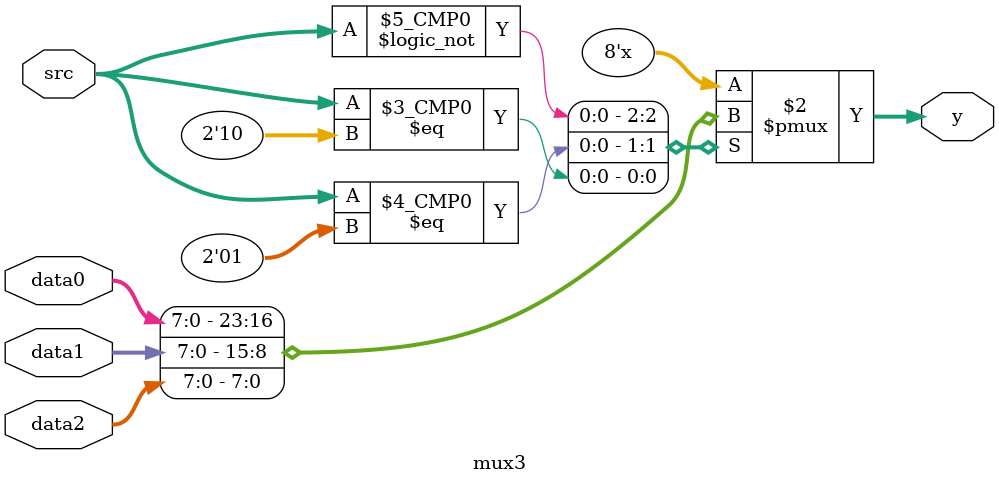
<source format=v>
module mux3 #	(parameter WIDTH = 8)
(
	input		[WIDTH-1:0]	data0, data1, data2,
	input		[1:0] src, 
	output	reg [WIDTH-1:0]	y
);
always @(*)
case(src)
    2'b00:y <= data0;
    2'b01:y <= data1;
    2'b10:y <= data2;
endcase
endmodule

</source>
